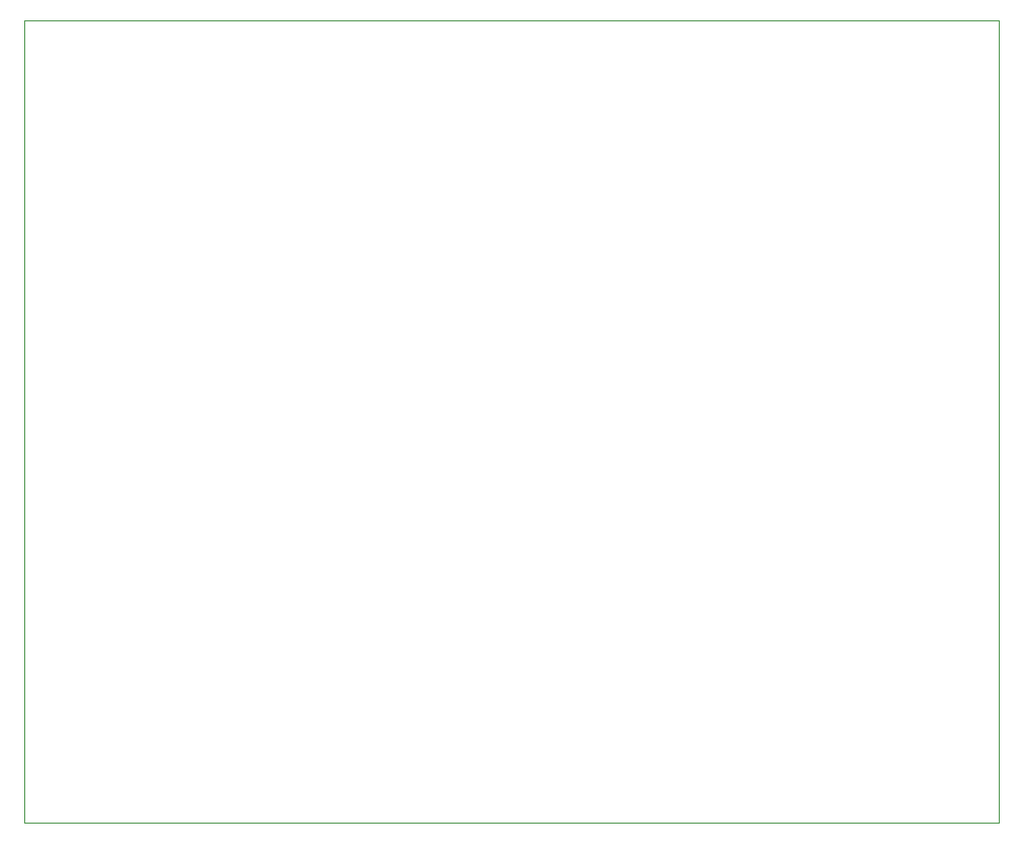
<source format=gbr>
%TF.GenerationSoftware,KiCad,Pcbnew,8.0.8*%
%TF.CreationDate,2025-06-20T17:29:20+09:00*%
%TF.ProjectId,2ndfloor_pole,326e6466-6c6f-46f7-925f-706f6c652e6b,rev?*%
%TF.SameCoordinates,Original*%
%TF.FileFunction,Profile,NP*%
%FSLAX46Y46*%
G04 Gerber Fmt 4.6, Leading zero omitted, Abs format (unit mm)*
G04 Created by KiCad (PCBNEW 8.0.8) date 2025-06-20 17:29:20*
%MOMM*%
%LPD*%
G01*
G04 APERTURE LIST*
%TA.AperFunction,Profile*%
%ADD10C,0.050000*%
%TD*%
G04 APERTURE END LIST*
D10*
X57000000Y-54000000D02*
X142000000Y-54000000D01*
X142000000Y-124000000D01*
X57000000Y-124000000D01*
X57000000Y-54000000D01*
M02*

</source>
